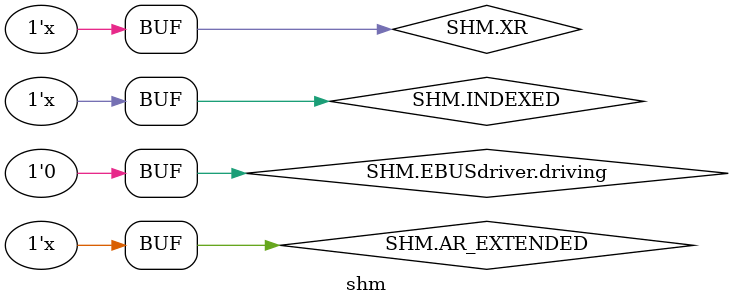
<source format=sv>
`timescale 1ns/1ps
`include "ebox.svh"

module shm(iCRAM CRAM,
           iCON CON,
           iEDP EDP,
           iSCD SCD,
           iSHM SHM
);

  //  CRAM   FUNC      SIGNALS
  //   00    SHIFT
  //   01     AR       SHIFT_INH
  //   10     ARX      SHIFT_INH,SHIFT_36
  //   11   AR SWAP    SHIFT_INH,SHIFT_50

  bit INSTR_FORMAT, SHIFT_INH, SHIFT_36, SHIFT_50;

  // XXX temporary
  initial begin
    SHM.SH = '0;
    SHM.EBUSdriver.driving = 0;
  end

  // SHM1 p.334
  assign SHM.AR_PAR_ODD = ^{EDP.AR, CON.AR_36};
  assign SHM.ARX_PAR_ODD = ^{EDP.ARX, CON.ARX_36};
  assign SHM.AR_EXTENDED = ~EDP.AR[0] & |EDP.AR[6:17];
  assign INSTR_FORMAT = ~CON.LONG_EN | EDP.ARX[0];
  assign SHM.XR = INSTR_FORMAT ? EDP.ARX[14:17] : EDP.ARX[2:5];
  assign SHM.INDEXED = |SHM.XR;

  assign SHIFT_INH = |CRAM.SH | SCD.SC_GE_36 | SCD.SC_36_TO_63;
  assign SHIFT_50 = &CRAM.SH;
  assign SHIFT_36 = ~CRAM.SH[1] & SHIFT_INH;

  bit [0:5] sc;
  assign sc = SCD.SC[4:9] & {6{SHIFT_INH}} |
              {SHIFT_36 | SHIFT_50, SHIFT_50, 1'b0, SHIFT_36, SHIFT_50, 1'b0};
  
  // SHM2 p.335
  always_comb case (CRAM.SH)
              2'b00: SHM.SH = ({EDP.AR, EDP.ARX} << sc) >> 36;
              2'b01: SHM.SH = EDP.AR;
              2'b10: SHM.SH = EDP.ARX;
              2'b11: SHM.SH = {EDP.AR[18:35], EDP.AR[0:17]};
              endcase
endmodule

</source>
